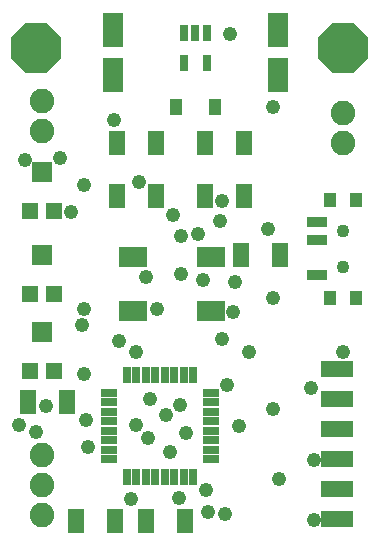
<source format=gts>
G75*
%MOIN*%
%OFA0B0*%
%FSLAX25Y25*%
%IPPOS*%
%LPD*%
%AMOC8*
5,1,8,0,0,1.08239X$1,22.5*
%
%ADD10R,0.05800X0.08300*%
%ADD11C,0.08200*%
%ADD12R,0.10800X0.05800*%
%ADD13R,0.09800X0.06800*%
%ADD14R,0.05800X0.03000*%
%ADD15R,0.03000X0.05800*%
%ADD16R,0.02965X0.05524*%
%ADD17R,0.07099X0.11800*%
%ADD18R,0.04383X0.05603*%
%ADD19R,0.03950X0.04737*%
%ADD20R,0.06706X0.03556*%
%ADD21C,0.04343*%
%ADD22R,0.06706X0.07099*%
%ADD23R,0.05524X0.05524*%
%ADD24C,0.04800*%
%ADD25OC8,0.16611*%
D10*
X0037954Y0012000D03*
X0050954Y0012000D03*
X0061576Y0012000D03*
X0074576Y0012000D03*
X0035206Y0051370D03*
X0022206Y0051370D03*
X0051734Y0120268D03*
X0064734Y0120268D03*
X0064734Y0137984D03*
X0051734Y0137984D03*
X0081261Y0137984D03*
X0094261Y0137984D03*
X0094261Y0120268D03*
X0081261Y0120268D03*
X0093072Y0100583D03*
X0106072Y0100583D03*
D11*
X0026737Y0013969D03*
X0026737Y0023969D03*
X0026737Y0033969D03*
X0026737Y0141921D03*
X0026737Y0151921D03*
X0127131Y0147984D03*
X0127131Y0137984D03*
D12*
X0125163Y0062591D03*
X0125163Y0052591D03*
X0125163Y0042591D03*
X0125163Y0032591D03*
X0125163Y0022591D03*
X0125163Y0012591D03*
D13*
X0083045Y0081740D03*
X0083045Y0099740D03*
X0057045Y0099740D03*
X0057045Y0081740D03*
D14*
X0049208Y0054520D03*
X0049208Y0051370D03*
X0049208Y0048220D03*
X0049208Y0045071D03*
X0049208Y0041921D03*
X0049208Y0038772D03*
X0049208Y0035622D03*
X0049208Y0032472D03*
X0083008Y0032472D03*
X0083008Y0035622D03*
X0083008Y0038772D03*
X0083008Y0041921D03*
X0083008Y0045071D03*
X0083008Y0048220D03*
X0083008Y0051370D03*
X0083008Y0054520D03*
D15*
X0077131Y0060396D03*
X0073982Y0060396D03*
X0070832Y0060396D03*
X0067682Y0060396D03*
X0064533Y0060396D03*
X0061383Y0060396D03*
X0058234Y0060396D03*
X0055084Y0060396D03*
X0055084Y0026596D03*
X0058234Y0026596D03*
X0061383Y0026596D03*
X0064533Y0026596D03*
X0067682Y0026596D03*
X0070832Y0026596D03*
X0073982Y0026596D03*
X0077131Y0026596D03*
D16*
X0074178Y0164362D03*
X0081659Y0164362D03*
X0081659Y0174598D03*
X0077919Y0174598D03*
X0074178Y0174598D03*
D17*
X0050360Y0175386D03*
X0050360Y0160449D03*
X0105478Y0160449D03*
X0105478Y0175386D03*
D18*
X0084365Y0149795D03*
X0071472Y0149795D03*
D19*
X0122800Y0118890D03*
X0131462Y0118890D03*
X0131462Y0086213D03*
X0122800Y0086213D03*
D20*
X0118273Y0093693D03*
X0118273Y0105504D03*
X0118273Y0111409D03*
D21*
X0127131Y0108457D03*
X0127131Y0096646D03*
D22*
X0026737Y0100583D03*
X0026737Y0074992D03*
X0026737Y0128142D03*
D23*
X0022800Y0115051D03*
X0030675Y0115051D03*
X0030675Y0087492D03*
X0022800Y0087492D03*
X0022800Y0061902D03*
X0030675Y0061902D03*
D24*
X0040858Y0060826D03*
X0052389Y0071794D03*
X0057958Y0068194D03*
X0065158Y0082426D03*
X0061558Y0093226D03*
X0073258Y0094126D03*
X0080458Y0092326D03*
X0091258Y0091426D03*
X0090358Y0081526D03*
X0086758Y0072526D03*
X0095758Y0068026D03*
X0088558Y0057226D03*
X0092552Y0043613D03*
X0103858Y0049126D03*
X0116458Y0056326D03*
X0127258Y0068026D03*
X0103858Y0086026D03*
X0102058Y0109313D03*
X0086252Y0111845D03*
X0086758Y0118426D03*
X0078658Y0107626D03*
X0073258Y0106726D03*
X0070558Y0113926D03*
X0059026Y0124726D03*
X0040858Y0123826D03*
X0036358Y0114826D03*
X0032758Y0132826D03*
X0021058Y0132037D03*
X0050758Y0145426D03*
X0089458Y0174226D03*
X0103858Y0149926D03*
X0040858Y0082426D03*
X0039958Y0077026D03*
X0062626Y0052557D03*
X0068084Y0047157D03*
X0072921Y0050589D03*
X0074889Y0041026D03*
X0069489Y0034782D03*
X0062121Y0039394D03*
X0057958Y0043726D03*
X0041589Y0045526D03*
X0041983Y0036583D03*
X0028258Y0050026D03*
X0024715Y0041363D03*
X0019089Y0043726D03*
X0056326Y0019032D03*
X0072358Y0019426D03*
X0081358Y0022126D03*
X0082258Y0014926D03*
X0087658Y0014026D03*
X0105658Y0025726D03*
X0117358Y0032026D03*
X0117358Y0012226D03*
D25*
X0127131Y0169480D03*
X0024769Y0169480D03*
M02*

</source>
